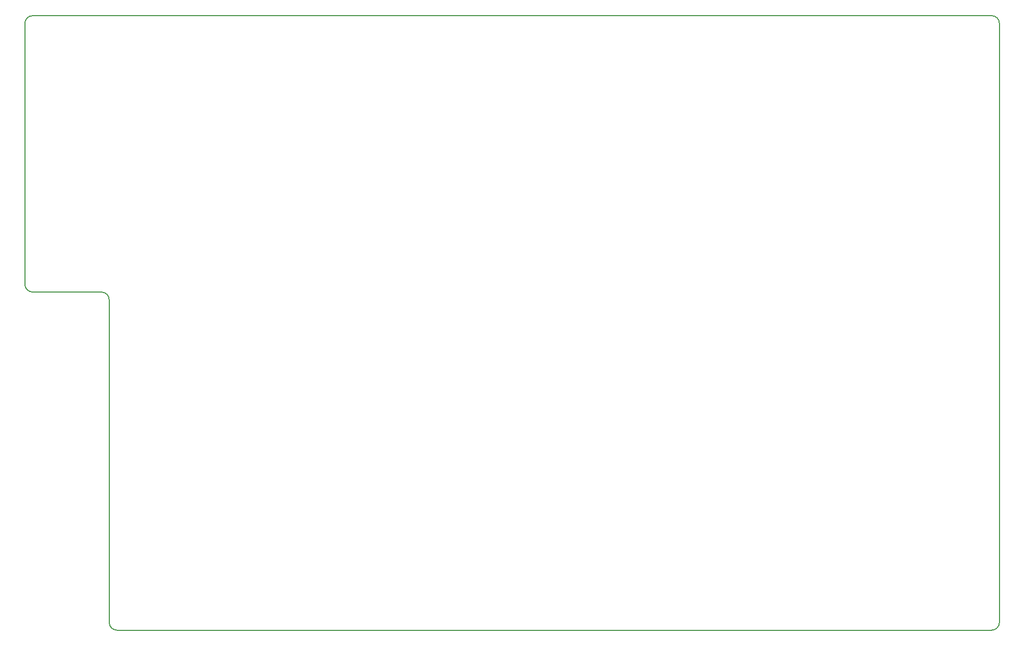
<source format=gko>
G04 (created by PCBNEW (2013-03-19 BZR 4004)-stable) date 8/2/2015 7:27:16 AM*
%MOIN*%
G04 Gerber Fmt 3.4, Leading zero omitted, Abs format*
%FSLAX34Y34*%
G01*
G70*
G90*
G04 APERTURE LIST*
%ADD10C,0.007*%
%ADD11C,0.00590551*%
G04 APERTURE END LIST*
G54D10*
G54D11*
X62400Y-500D02*
G75*
G03X61900Y0I-500J0D01*
G74*
G01*
X61900Y-39350D02*
G75*
G03X62400Y-38850I0J500D01*
G74*
G01*
X5400Y-38850D02*
G75*
G03X5900Y-39350I500J0D01*
G74*
G01*
X5400Y-18200D02*
G75*
G03X4900Y-17700I-500J0D01*
G74*
G01*
X0Y-17200D02*
G75*
G03X500Y-17700I500J0D01*
G74*
G01*
X500Y0D02*
G75*
G03X0Y-500I0J-500D01*
G74*
G01*
X62400Y-38850D02*
X62400Y-500D01*
X5900Y-39350D02*
X61900Y-39350D01*
X5400Y-18200D02*
X5400Y-38850D01*
X500Y-17700D02*
X4900Y-17700D01*
X0Y-500D02*
X0Y-17200D01*
X500Y0D02*
X61900Y0D01*
M02*

</source>
